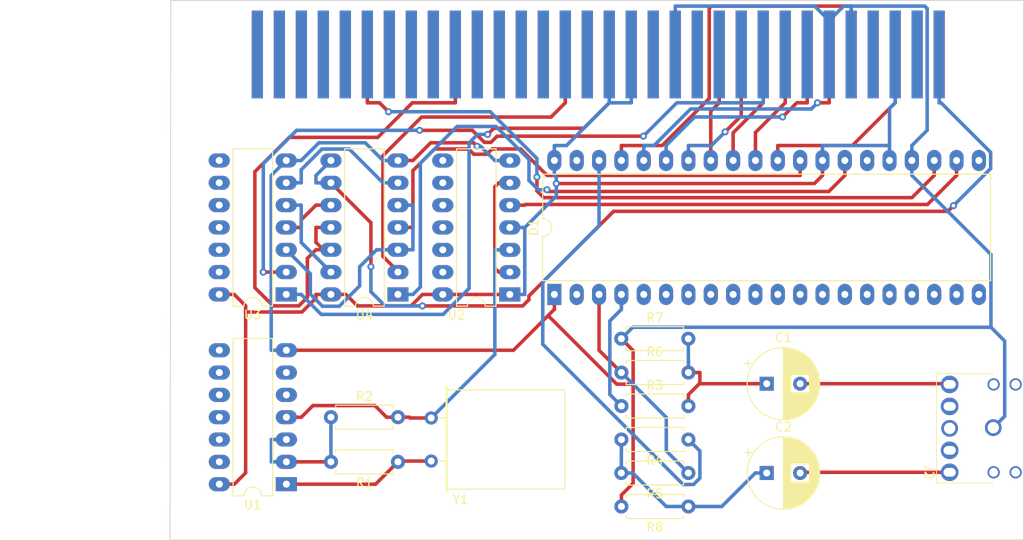
<source format=kicad_pcb>
(kicad_pcb (version 20221018) (generator pcbnew)
  (layers (0 "F.Cu" signal) (31 "B.Cu" signal) (34 "B.Paste" user) (35 "F.Paste" user) (36 "B.SilkS" user "B.Silkscreen") (37 "F.SilkS" user "F.Silkscreen") (38 "B.Mask" user) (39 "F.Mask" user) (44 "Edge.Cuts" user))
  (net 0 "")
  (net 1 "GND")
  (net 2 "Net-(C2-Pad2)")
  (net 5 "Net-(C1-Pad2)")
  (net 8 "DA7")
  (net 10 "DA0")
  (net 11 "DA1")
  (net 12 "DA2")
  (net 13 "DA6")
  (net 14 "DA5")
  (net 15 "DA3")
  (net 16 "DA4")
  (net 21 "IORQ")
  (net 23 "WR")
  (net 28 "M1")
  (net 32 "RESET")
  (net 38 "A14")
  (net 40 "+5V")
  (net 44 "A1")
  (net 65 "Net-(R1-Pad1)")
  (net 66 "Net-(R1-Pad2)")
  (net 67 "Net-(U2A-C)")
  (net 68 "AY_A")
  (net 69 "Net-(C1-Pad1)")
  (net 70 "AY_C")
  (net 71 "Net-(C2-Pad1)")
  (net 72 "AY_B")
  (net 91 "AY22")
  (net 93 "AY27")
  (net 94 "AY29")
  (net 104 "Net-(U2A-D)")
  (net 111 "Net-(U3-Pad3)")
  (net 112 "Net-(U3-Pad4)")
  (net 113 "Net-(U3-Pad5)")
  (net 114 "Net-(U3-Pad6)")
  (footprint "Package_DIP:DIP-14_W7.62mm_LongPads" (layer "F.Cu") (at 76.2 63.5 180)
    (fp_text reference "U4")
    (fp_text value "К555ЛЕ1 (SN74LS02)")
  )
  (footprint "Capacitor_THT:CP_Radial_D8.0mm_P3.80mm" (layer "F.Cu") (at 118.12 83.82)
    (fp_text reference "C2")
    (fp_text value "10uF 5V")
  )
  (footprint "Package_DIP:DIP-14_W7.62mm_LongPads" (layer "F.Cu") (at 63.5 63.5 180)
    (fp_text reference "U3")
    (fp_text value "К555ЛЛ1 (SN74LS32)")
  )
  (footprint "Capacitor_THT:CP_Radial_D8.0mm_P3.80mm" (layer "F.Cu") (at 118.12 73.66)
    (fp_text reference "C1")
    (fp_text value "10uF 5V")
  )
  (footprint "Resistor_THT:R_Axial_DIN0207_L6.3mm_D2.5mm_P7.62mm_Horizontal" (layer "F.Cu") (at 109.21 83.82 180)
    (fp_text reference "R5")
    (fp_text value "2K")
  )
  (footprint "Resistor_THT:R_Axial_DIN0207_L6.3mm_D2.5mm_P7.62mm_Horizontal" (layer "F.Cu") (at 76.2 82.55 180)
    (fp_text reference "R1")
    (fp_text value "330")
  )
  (footprint "Resistor_THT:R_Axial_DIN0207_L6.3mm_D2.5mm_P7.62mm_Horizontal" (layer "F.Cu") (at 109.22 87.63 180)
    (fp_text reference "R8")
    (fp_text value "2K")
  )
  (footprint "Resistor_THT:R_Axial_DIN0207_L6.3mm_D2.5mm_P7.62mm_Horizontal" (layer "F.Cu") (at 101.59 68.54)
    (fp_text reference "R7")
    (fp_text value "2K")
  )
  (footprint "Resistor_THT:R_Axial_DIN0207_L6.3mm_D2.5mm_P7.62mm_Horizontal" (layer "F.Cu") (at 68.58 77.47)
    (fp_text reference "R2")
    (fp_text value "330")
  )
  (footprint "Resistor_THT:R_Axial_DIN0207_L6.3mm_D2.5mm_P7.62mm_Horizontal" (layer "F.Cu") (at 109.22 80.01 180)
    (fp_text reference "R4")
    (fp_text value "2K")
  )
  (footprint "deltaAY:jack_5_pin_3f07_FINAL" (layer "F.Cu") (at 146.415 83.74 180)
    (fp_text reference "J2")
    (fp_text value "Jack_3.5mm_5pin")
  )
  (footprint "deltaAY:SNP96" (layer "F.Cu") (at 59.5864 41.194)
    (fp_text reference "J1" hide)
    (fp_text value "SNP" hide)
  )
  (footprint "Package_DIP:DIP-14_W7.62mm_LongPads" (layer "F.Cu") (at 63.515 85.09 180)
    (fp_text reference "U1")
    (fp_text value "М555ЛН1 (SN74LS04)")
  )
  (footprint "Package_DIP:DIP-14_W7.62mm_LongPads" (layer "F.Cu") (at 88.915 63.505 180)
    (fp_text reference "U2")
    (fp_text value "К555ТМ2 (SN74LS74)")
  )
  (footprint "Resistor_THT:R_Axial_DIN0207_L6.3mm_D2.5mm_P7.62mm_Horizontal" (layer "F.Cu") (at 101.6 76.2)
    (fp_text reference "R3")
    (fp_text value "2K")
  )
  (footprint "Crystal:Crystal_HC49-U_Horizontal" (layer "F.Cu") (at 79.98 82.46 90)
    (fp_text reference "Y1")
    (fp_text value "3.579545Mhz")
  )
  (footprint "Resistor_THT:R_Axial_DIN0207_L6.3mm_D2.5mm_P7.62mm_Horizontal" (layer "F.Cu") (at 101.6 72.39)
    (fp_text reference "R6")
    (fp_text value "2K")
  )
  (footprint "Package_DIP:DIP-40_W15.24mm_LongPads" (layer "F.Cu") (at 93.98 63.5 90)
    (fp_text reference "D1")
    (fp_text value "~")
  )
  (gr_line (start 147.32 30.04902) (end 50.374928 30.04902) (stroke (width 0.1)) (layer "Edge.Cuts"))
  (gr_line (start 50.292 91.44) (end 147.32 91.44) (stroke (width 0.1)) (layer "Edge.Cuts"))
  (gr_line (start 50.374928 30.04902) (end 50.292 91.44) (stroke (width 0.1)) (layer "Edge.Cuts"))
  (gr_line (start 147.32 91.44) (end 147.32 30.04902) (stroke (width 0.1)) (layer "Edge.Cuts"))
  (segment (start 84.7993 46.2486) (end 85.1905 46.6398) (width 0.4) (layer "F.Cu") (net 1))
  (segment (start 93.2727 65.9092) (end 101.0721 73.7086) (width 0.4) (layer "F.Cu") (net 1))
  (segment (start 93.2727 65.9092) (end 89.3319 69.85) (width 0.4) (layer "F.Cu") (net 1))
  (segment (start 79.9133 46.2486) (end 84.7993 46.2486) (width 0.4) (layer "F.Cu") (net 1))
  (segment (start 89.3319 69.85) (end 63.515 69.85) (width 0.4) (layer "F.Cu") (net 1))
  (segment (start 77.9019 48.26) (end 79.9133 46.2486) (width 0.4) (layer "F.Cu") (net 1))
  (segment (start 76.2 48.26) (end 77.9019 48.26) (width 0.4) (layer "F.Cu") (net 1))
  (segment (start 101.0721 73.7086) (end 102.9332 73.7086) (width 0.4) (layer "F.Cu") (net 1))
  (segment (start 93.98 63.5) (end 93.98 65.2019) (width 0.4) (layer "F.Cu") (net 1))
  (segment (start 101.59 68.54) (end 102.9332 69.8832) (width 0.4) (layer "F.Cu") (net 1))
  (segment (start 93.98 65.2019) (end 93.2727 65.9092) (width 0.4) (layer "F.Cu") (net 1))
  (segment (start 102.9332 73.7086) (end 102.9332 84.9949) (width 0.4) (layer "F.Cu") (net 1))
  (segment (start 102.9332 84.9949) (end 101.6 86.3281) (width 0.4) (layer "F.Cu") (net 1))
  (segment (start 102.9332 69.8832) (end 102.9332 73.7086) (width 0.4) (layer "F.Cu") (net 1))
  (segment (start 101.6 87.63) (end 101.6 86.3281) (width 0.4) (layer "F.Cu") (net 1))
  (via (at 85.1905 46.6398) (size 0.8) (drill 0.4) (layers "F.Cu" "B.Cu") (net 1))
  (segment (start 87.2131 48.265) (end 85.5879 46.6398) (width 0.4) (layer "B.Cu") (net 1))
  (segment (start 136.3583 30.9635) (end 136.3583 44.8198) (width 0.4) (layer "B.Cu") (net 1))
  (segment (start 134.62 49.9619) (end 143.6082 58.9501) (width 0.4) (layer "B.Cu") (net 1))
  (segment (start 74.4981 48.26) (end 72.483 46.2449) (width 0.4) (layer "B.Cu") (net 1))
  (segment (start 67.217 46.2449) (end 65.2019 48.26) (width 0.4) (layer "B.Cu") (net 1))
  (segment (start 123.5741 30.6921) (end 107.7214 30.6921) (width 0.4) (layer "B.Cu") (net 1))
  (segment (start 127.7214 36.194) (end 127.7214 30.868) (width 0.4) (layer "B.Cu") (net 1))
  (segment (start 125.2214 36.194) (end 125.2214 33.443) (width 0.4) (layer "B.Cu") (net 1))
  (segment (start 143.875 78.66) (end 145.175 77.36) (width 0.4) (layer "B.Cu") (net 1))
  (segment (start 125.2214 32.3394) (end 123.5741 30.6921) (width 0.4) (layer "B.Cu") (net 1))
  (segment (start 61.8131 69.85) (end 61.7888 69.8257) (width 0.4) (layer "B.Cu") (net 1))
  (segment (start 125.2214 32.3394) (end 126.8687 30.6921) (width 0.4) (layer "B.Cu") (net 1))
  (segment (start 125.2214 33.443) (end 125.2214 32.3394) (width 0.4) (layer "B.Cu") (net 1))
  (segment (start 127.7214 30.868) (end 127.7214 30.6936) (width 0.4) (layer "B.Cu") (net 1))
  (segment (start 63.5 48.26) (end 65.2019 48.26) (width 0.4) (layer "B.Cu") (net 1))
  (segment (start 127.7214 30.6936) (end 127.7214 30.6921) (width 0.4) (layer "B.Cu") (net 1))
  (segment (start 134.62 49.1109) (end 134.62 49.9619) (width 0.4) (layer "B.Cu") (net 1))
  (segment (start 145.175 68.8018) (end 143.6082 67.235) (width 0.4) (layer "B.Cu") (net 1))
  (segment (start 143.6082 58.9501) (end 143.6082 67.235) (width 0.4) (layer "B.Cu") (net 1))
  (segment (start 126.8687 30.6921) (end 127.7214 30.6921) (width 0.4) (layer "B.Cu") (net 1))
  (segment (start 143.6082 67.235) (end 102.895 67.235) (width 0.4) (layer "B.Cu") (net 1))
  (segment (start 136.0869 30.6921) (end 136.3583 30.9635) (width 0.4) (layer "B.Cu") (net 1))
  (segment (start 76.2 48.26) (end 74.4981 48.26) (width 0.4) (layer "B.Cu") (net 1))
  (segment (start 88.915 48.265) (end 87.2131 48.265) (width 0.4) (layer "B.Cu") (net 1))
  (segment (start 127.7214 30.6921) (end 136.0869 30.6921) (width 0.4) (layer "B.Cu") (net 1))
  (segment (start 134.62 49.1109) (end 134.62 48.5609) (width 0.4) (layer "B.Cu") (net 1))
  (segment (start 107.7214 36.194) (end 107.7214 30.6921) (width 0.4) (layer "B.Cu") (net 1))
  (segment (start 136.3583 44.8198) (end 134.62 46.5581) (width 0.4) (layer "B.Cu") (net 1))
  (segment (start 102.895 67.235) (end 101.59 68.54) (width 0.4) (layer "B.Cu") (net 1))
  (segment (start 85.5879 46.6398) (end 85.1905 46.6398) (width 0.4) (layer "B.Cu") (net 1))
  (segment (start 72.483 46.2449) (end 67.217 46.2449) (width 0.4) (layer "B.Cu") (net 1))
  (segment (start 61.7888 69.8257) (end 61.7888 49.9712) (width 0.4) (layer "B.Cu") (net 1))
  (segment (start 145.175 77.36) (end 145.175 68.8018) (width 0.4) (layer "B.Cu") (net 1))
  (segment (start 63.515 69.85) (end 61.8131 69.85) (width 0.4) (layer "B.Cu") (net 1))
  (segment (start 61.7888 49.9712) (end 63.5 48.26) (width 0.4) (layer "B.Cu") (net 1))
  (segment (start 134.62 48.26) (end 134.62 46.5581) (width 0.4) (layer "B.Cu") (net 1))
  (segment (start 134.62 48.26) (end 134.62 48.5609) (width 0.4) (layer "B.Cu") (net 1))
  (segment (start 138.915 83.74) (end 122 83.74) (width 0.4) (layer "F.Cu") (net 2))
  (segment (start 122 83.74) (end 121.92 83.82) (width 0.4) (layer "F.Cu") (net 2))
  (segment (start 138.835 73.66) (end 121.92 73.66) (width 0.4) (layer "F.Cu") (net 5))
  (segment (start 138.915 73.74) (end 138.835 73.66) (width 0.4) (layer "F.Cu") (net 5))
  (segment (start 132.7214 36.194) (end 132.7214 41.6959) (width 0.4) (layer "F.Cu") (net 8))
  (segment (start 127.8592 46.5581) (end 119.38 46.5581) (width 0.4) (layer "F.Cu") (net 8))
  (segment (start 119.38 48.26) (end 119.38 46.5581) (width 0.4) (layer "F.Cu") (net 8))
  (segment (start 132.7214 41.6959) (end 127.8592 46.5581) (width 0.4) (layer "F.Cu") (net 8))
  (segment (start 101.6 48.26) (end 101.6 46.5581) (width 0.4) (layer "F.Cu") (net 10))
  (segment (start 127.7214 36.194) (end 127.7214 30.6921) (width 0.4) (layer "F.Cu") (net 10))
  (segment (start 106.2366 46.5581) (end 101.6 46.5581) (width 0.4) (layer "F.Cu") (net 10))
  (segment (start 111.5845 41.2102) (end 106.2366 46.5581) (width 0.4) (layer "F.Cu") (net 10))
  (segment (start 111.5845 30.9495) (end 111.5845 41.2102) (width 0.4) (layer "F.Cu") (net 10))
  (segment (start 111.8419 30.6921) (end 111.5845 30.9495) (width 0.4) (layer "F.Cu") (net 10))
  (segment (start 127.7214 30.6921) (end 111.8419 30.6921) (width 0.4) (layer "F.Cu") (net 10))
  (segment (start 125.2214 41.6959) (end 123.887 41.6959) (width 0.4) (layer "F.Cu") (net 11))
  (segment (start 125.2214 36.194) (end 125.2214 41.6959) (width 0.4) (layer "F.Cu") (net 11))
  (via (at 123.887 41.6959) (size 0.8) (drill 0.4) (layers "F.Cu" "B.Cu") (net 11))
  (segment (start 123.1851 42.3978) (end 123.887 41.6959) (width 0.4) (layer "B.Cu") (net 11))
  (segment (start 104.14 46.5581) (end 105.308 46.5581) (width 0.4) (layer "B.Cu") (net 11))
  (segment (start 105.308 46.5581) (end 109.4683 42.3978) (width 0.4) (layer "B.Cu") (net 11))
  (segment (start 104.14 48.26) (end 104.14 46.5581) (width 0.4) (layer "B.Cu") (net 11))
  (segment (start 109.4683 42.3978) (end 123.1851 42.3978) (width 0.4) (layer "B.Cu") (net 11))
  (segment (start 121.5354 41.6959) (end 122.7214 41.6959) (width 0.4) (layer "F.Cu") (net 12))
  (segment (start 122.7214 36.194) (end 122.7214 41.6959) (width 0.4) (layer "F.Cu") (net 12))
  (segment (start 119.9238 43.3075) (end 121.5354 41.6959) (width 0.4) (layer "F.Cu") (net 12))
  (via (at 119.9238 43.3075) (size 0.8) (drill 0.4) (layers "F.Cu" "B.Cu") (net 12))
  (segment (start 109.9306 43.3075) (end 119.9238 43.3075) (width 0.4) (layer "B.Cu") (net 12))
  (segment (start 106.68 48.26) (end 106.68 46.5581) (width 0.4) (layer "B.Cu") (net 12))
  (segment (start 106.68 46.5581) (end 109.9306 43.3075) (width 0.4) (layer "B.Cu") (net 12))
  (segment (start 116.84 45.0773) (end 120.2214 41.6959) (width 0.4) (layer "F.Cu") (net 13))
  (segment (start 116.84 48.26) (end 116.84 46.5581) (width 0.4) (layer "F.Cu") (net 13))
  (segment (start 120.2214 36.194) (end 120.2214 41.6959) (width 0.4) (layer "F.Cu") (net 13))
  (segment (start 116.84 46.5581) (end 116.84 45.0773) (width 0.4) (layer "F.Cu") (net 13))
  (segment (start 117.7214 36.194) (end 117.7214 41.6959) (width 0.4) (layer "F.Cu") (net 14))
  (segment (start 114.3 45.1173) (end 117.7214 41.6959) (width 0.4) (layer "F.Cu") (net 14))
  (segment (start 114.3 48.26) (end 114.3 46.5581) (width 0.4) (layer "F.Cu") (net 14))
  (segment (start 114.3 46.5581) (end 114.3 45.1173) (width 0.4) (layer "F.Cu") (net 14))
  (segment (start 113.3912 45.0014) (end 115.2214 43.1712) (width 0.4) (layer "F.Cu") (net 15))
  (segment (start 115.2214 43.1712) (end 115.2214 36.194) (width 0.4) (layer "F.Cu") (net 15))
  (via (at 113.3912 45.0014) (size 0.8) (drill 0.4) (layers "F.Cu" "B.Cu") (net 15))
  (segment (start 111.8345 46.5581) (end 113.3912 45.0014) (width 0.4) (layer "B.Cu") (net 15))
  (segment (start 109.22 46.5581) (end 111.8345 46.5581) (width 0.4) (layer "B.Cu") (net 15))
  (segment (start 109.22 48.26) (end 109.22 46.5581) (width 0.4) (layer "B.Cu") (net 15))
  (segment (start 111.76 42.6573) (end 111.76 48.26) (width 0.4) (layer "F.Cu") (net 16))
  (segment (start 112.7214 36.194) (end 112.7214 41.6959) (width 0.4) (layer "F.Cu") (net 16))
  (segment (start 112.7214 41.6959) (end 111.76 42.6573) (width 0.4) (layer "F.Cu") (net 16))
  (segment (start 100.2214 41.6959) (end 97.3265 44.5908) (width 0.4) (layer "F.Cu") (net 21))
  (segment (start 97.3265 44.5908) (end 87.0964 44.5908) (width 0.4) (layer "F.Cu") (net 21))
  (segment (start 100.2214 36.194) (end 100.2214 41.6959) (width 0.4) (layer "F.Cu") (net 21))
  (segment (start 87.0964 44.5908) (end 86.3945 45.2927) (width 0.4) (layer "F.Cu") (net 21))
  (via (at 86.3945 45.2927) (size 0.8) (drill 0.4) (layers "F.Cu" "B.Cu") (net 21))
  (segment (start 65.2019 63.5) (end 67.4715 65.7696) (width 0.4) (layer "B.Cu") (net 21))
  (segment (start 84.2808 46.2556) (end 85.2437 45.2927) (width 0.4) (layer "B.Cu") (net 21))
  (segment (start 63.5 63.5) (end 65.2019 63.5) (width 0.4) (layer "B.Cu") (net 21))
  (segment (start 85.2437 45.2927) (end 86.3945 45.2927) (width 0.4) (layer "B.Cu") (net 21))
  (segment (start 81.3318 65.7696) (end 84.2808 62.8206) (width 0.4) (layer "B.Cu") (net 21))
  (segment (start 67.4715 65.7696) (end 81.3318 65.7696) (width 0.4) (layer "B.Cu") (net 21))
  (segment (start 84.2808 62.8206) (end 84.2808 46.2556) (width 0.4) (layer "B.Cu") (net 21))
  (segment (start 93.6008 43.3166) (end 93.6008 43.3165) (width 0.4) (layer "F.Cu") (net 23))
  (segment (start 76.2 60.96) (end 76.2 60.8769) (width 0.4) (layer "F.Cu") (net 23))
  (segment (start 74.4901 59.167) (end 74.4901 47.7137) (width 0.4) (layer "F.Cu") (net 23))
  (segment (start 74.4901 47.7137) (end 78.8872 43.3166) (width 0.4) (layer "F.Cu") (net 23))
  (segment (start 76.2 60.8769) (end 74.4901 59.167) (width 0.4) (layer "F.Cu") (net 23))
  (segment (start 78.8872 43.3166) (end 93.6008 43.3166) (width 0.4) (layer "F.Cu") (net 23))
  (segment (start 95.2214 36.194) (end 95.2214 41.6959) (width 0.4) (layer "F.Cu") (net 23))
  (segment (start 93.6008 43.3165) (end 95.2214 41.6959) (width 0.4) (layer "F.Cu") (net 23))
  (segment (start 82.7214 36.194) (end 82.7214 41.6959) (width 0.4) (layer "F.Cu") (net 28))
  (segment (start 68.58 58.42) (end 67.7291 58.42) (width 0.4) (layer "F.Cu") (net 28))
  (segment (start 59.934 49.5366) (end 59.934 62.7347) (width 0.4) (layer "F.Cu") (net 28))
  (segment (start 73.901 45.6295) (end 63.8411 45.6295) (width 0.4) (layer "F.Cu") (net 28))
  (segment (start 59.934 62.7347) (end 62.0012 64.8019) (width 0.4) (layer "F.Cu") (net 28))
  (segment (start 65.9023 63.835) (end 65.9023 59.3958) (width 0.4) (layer "F.Cu") (net 28))
  (segment (start 65.9023 59.3958) (end 66.8781 58.42) (width 0.4) (layer "F.Cu") (net 28))
  (segment (start 77.8346 41.6959) (end 73.901 45.6295) (width 0.4) (layer "F.Cu") (net 28))
  (segment (start 62.0012 64.8019) (end 64.9354 64.8019) (width 0.4) (layer "F.Cu") (net 28))
  (segment (start 68.58 55.88) (end 66.8781 55.88) (width 0.4) (layer "F.Cu") (net 28))
  (segment (start 82.7214 41.6959) (end 77.8346 41.6959) (width 0.4) (layer "F.Cu") (net 28))
  (segment (start 66.8781 57.569) (end 66.8781 55.88) (width 0.4) (layer "F.Cu") (net 28))
  (segment (start 67.7291 58.42) (end 66.8781 58.42) (width 0.4) (layer "F.Cu") (net 28))
  (segment (start 67.7291 58.42) (end 66.8781 57.569) (width 0.4) (layer "F.Cu") (net 28))
  (segment (start 63.8411 45.6295) (end 59.934 49.5366) (width 0.4) (layer "F.Cu") (net 28))
  (segment (start 64.9354 64.8019) (end 65.9023 63.835) (width 0.4) (layer "F.Cu") (net 28))
  (segment (start 92.7627 52.4878) (end 91.9963 51.7214) (width 0.4) (layer "F.Cu") (net 32))
  (segment (start 134.6341 52.4878) (end 92.7627 52.4878) (width 0.4) (layer "F.Cu") (net 32))
  (segment (start 137.16 48.26) (end 137.16 49.9619) (width 0.4) (layer "F.Cu") (net 32))
  (segment (start 75.1222 42.7128) (end 74.1053 41.6959) (width 0.4) (layer "F.Cu") (net 32))
  (segment (start 137.16 49.9619) (end 134.6341 52.4878) (width 0.4) (layer "F.Cu") (net 32))
  (segment (start 91.9963 51.7214) (end 91.9963 50.1489) (width 0.4) (layer "F.Cu") (net 32))
  (segment (start 74.1053 41.6959) (end 72.7214 41.6959) (width 0.4) (layer "F.Cu") (net 32))
  (segment (start 72.7214 36.194) (end 72.7214 41.6959) (width 0.4) (layer "F.Cu") (net 32))
  (via (at 75.1222 42.7128) (size 0.8) (drill 0.4) (layers "F.Cu" "B.Cu") (net 32))
  (via (at 91.9963 50.1489) (size 0.8) (drill 0.4) (layers "F.Cu" "B.Cu") (net 32))
  (segment (start 91.9963 48.0271) (end 91.9963 50.1489) (width 0.4) (layer "B.Cu") (net 32))
  (segment (start 86.682 42.7128) (end 91.9963 48.0271) (width 0.4) (layer "B.Cu") (net 32))
  (segment (start 75.1222 42.7128) (end 86.682 42.7128) (width 0.4) (layer "B.Cu") (net 32))
  (segment (start 73.1258 55.3458) (end 73.1258 60.3426) (width 0.4) (layer "F.Cu") (net 38))
  (segment (start 68.58 50.8) (end 73.1258 55.3458) (width 0.4) (layer "F.Cu") (net 38))
  (segment (start 91.0885 64.0976) (end 90.3792 64.8069) (width 0.4) (layer "F.Cu") (net 38))
  (segment (start 139.3459 53.401) (end 138.703 54.0439) (width 0.4) (layer "F.Cu") (net 38))
  (segment (start 138.703 54.0439) (end 100.7165 54.0439) (width 0.4) (layer "F.Cu") (net 38))
  (segment (start 91.0885 63.6719) (end 91.0885 64.0976) (width 0.4) (layer "F.Cu") (net 38))
  (segment (start 90.3792 64.8069) (end 78.9768 64.8069) (width 0.4) (layer "F.Cu") (net 38))
  (segment (start 100.7165 54.0439) (end 91.0885 63.6719) (width 0.4) (layer "F.Cu") (net 38))
  (via (at 78.9768 64.8069) (size 0.8) (drill 0.4) (layers "F.Cu" "B.Cu") (net 38))
  (via (at 139.3459 53.401) (size 0.8) (drill 0.4) (layers "F.Cu" "B.Cu") (net 38))
  (via (at 73.1258 60.3426) (size 0.8) (drill 0.4) (layers "F.Cu" "B.Cu") (net 38))
  (segment (start 137.7214 36.194) (end 137.7214 41.6959) (width 0.4) (layer "B.Cu") (net 38))
  (segment (start 73.1258 63.202) (end 74.7307 64.8069) (width 0.4) (layer "B.Cu") (net 38))
  (segment (start 68.58 50.8) (end 66.8781 50.8) (width 0.4) (layer "B.Cu") (net 38))
  (segment (start 137.9346 41.6959) (end 143.5764 47.3377) (width 0.4) (layer "B.Cu") (net 38))
  (segment (start 137.7214 41.6959) (end 137.9346 41.6959) (width 0.4) (layer "B.Cu") (net 38))
  (segment (start 66.8781 49.9619) (end 68.58 48.26) (width 0.4) (layer "B.Cu") (net 38))
  (segment (start 73.1258 60.3426) (end 73.1258 63.202) (width 0.4) (layer "B.Cu") (net 38))
  (segment (start 143.5764 47.3377) (end 143.5764 49.1705) (width 0.4) (layer "B.Cu") (net 38))
  (segment (start 143.5764 49.1705) (end 139.3459 53.401) (width 0.4) (layer "B.Cu") (net 38))
  (segment (start 66.8781 50.8) (end 66.8781 49.9619) (width 0.4) (layer "B.Cu") (net 38))
  (segment (start 74.7307 64.8069) (end 78.9768 64.8069) (width 0.4) (layer "B.Cu") (net 38))
  (segment (start 58.8838 65.5038) (end 65.2845 65.5038) (width 0.4) (layer "F.Cu") (net 40))
  (segment (start 123.538 50.8839) (end 94.2028 50.8839) (width 0.4) (layer "F.Cu") (net 40))
  (segment (start 55.895 85.09) (end 57.5969 85.09) (width 0.4) (layer "F.Cu") (net 40))
  (segment (start 58.8838 83.8031) (end 57.5969 85.09) (width 0.4) (layer "F.Cu") (net 40))
  (segment (start 68.58 63.5) (end 70.2819 63.5) (width 0.4) (layer "F.Cu") (net 40))
  (segment (start 71.5838 64.8019) (end 70.2819 63.5) (width 0.4) (layer "F.Cu") (net 40))
  (segment (start 58.8838 64.8019) (end 58.8838 65.5038) (width 0.4) (layer "F.Cu") (net 40))
  (segment (start 65.2845 65.5038) (end 66.8781 63.9102) (width 0.4) (layer "F.Cu") (net 40))
  (segment (start 78.9922 63.505) (end 77.6953 64.8019) (width 0.4) (layer "F.Cu") (net 40))
  (segment (start 68.58 63.5) (end 66.8781 63.5) (width 0.4) (layer "F.Cu") (net 40))
  (segment (start 66.8781 63.9102) (end 66.8781 63.5) (width 0.4) (layer "F.Cu") (net 40))
  (segment (start 124.46 49.9619) (end 123.538 50.8839) (width 0.4) (layer "F.Cu") (net 40))
  (segment (start 57.5819 63.5) (end 58.8838 64.8019) (width 0.4) (layer "F.Cu") (net 40))
  (segment (start 87.2131 63.505) (end 81.295 63.505) (width 0.4) (layer "F.Cu") (net 40))
  (segment (start 124.46 48.26) (end 124.46 49.9619) (width 0.4) (layer "F.Cu") (net 40))
  (segment (start 55.88 63.5) (end 57.5819 63.5) (width 0.4) (layer "F.Cu") (net 40))
  (segment (start 58.8838 65.5038) (end 58.8838 83.8031) (width 0.4) (layer "F.Cu") (net 40))
  (segment (start 77.6953 64.8019) (end 71.5838 64.8019) (width 0.4) (layer "F.Cu") (net 40))
  (segment (start 88.915 63.505) (end 87.2131 63.505) (width 0.4) (layer "F.Cu") (net 40))
  (segment (start 81.295 63.505) (end 78.9922 63.505) (width 0.4) (layer "F.Cu") (net 40))
  (via (at 94.2028 50.8839) (size 0.8) (drill 0.4) (layers "F.Cu" "B.Cu") (net 40))
  (segment (start 94.2028 52.2991) (end 94.2028 50.8839) (width 0.4) (layer "B.Cu") (net 40))
  (segment (start 100.2214 41.52) (end 100.2214 41.6944) (width 0.4) (layer "B.Cu") (net 40))
  (segment (start 100.2214 36.194) (end 100.2214 41.52) (width 0.4) (layer "B.Cu") (net 40))
  (segment (start 124.46 48.26) (end 124.46 46.5581) (width 0.4) (layer "B.Cu") (net 40))
  (segment (start 102.7214 41.6944) (end 102.7214 41.6959) (width 0.4) (layer "B.Cu") (net 40))
  (segment (start 93.98 49.9619) (end 94.2028 50.1847) (width 0.4) (layer "B.Cu") (net 40))
  (segment (start 132.08 46.5581) (end 132.08 42.3373) (width 0.4) (layer "B.Cu") (net 40))
  (segment (start 93.98 48.26) (end 93.98 49.9619) (width 0.4) (layer "B.Cu") (net 40))
  (segment (start 94.2028 50.1847) (end 94.2028 50.8839) (width 0.4) (layer "B.Cu") (net 40))
  (segment (start 95.3577 46.5581) (end 100.2214 41.6944) (width 0.4) (layer "B.Cu") (net 40))
  (segment (start 90.6169 55.885) (end 94.2028 52.2991) (width 0.4) (layer "B.Cu") (net 40))
  (segment (start 124.46 46.5581) (end 132.08 46.5581) (width 0.4) (layer "B.Cu") (net 40))
  (segment (start 93.98 46.5581) (end 95.3577 46.5581) (width 0.4) (layer "B.Cu") (net 40))
  (segment (start 102.7214 36.194) (end 102.7214 41.52) (width 0.4) (layer "B.Cu") (net 40))
  (segment (start 90.6169 63.505) (end 90.6169 55.885) (width 0.4) (layer "B.Cu") (net 40))
  (segment (start 100.2214 41.6959) (end 102.7214 41.6959) (width 0.4) (layer "B.Cu") (net 40))
  (segment (start 102.7214 41.52) (end 102.7214 41.6944) (width 0.4) (layer "B.Cu") (net 40))
  (segment (start 132.08 48.26) (end 132.08 46.5581) (width 0.4) (layer "B.Cu") (net 40))
  (segment (start 93.98 48.26) (end 93.98 46.5581) (width 0.4) (layer "B.Cu") (net 40))
  (segment (start 132.7214 36.194) (end 132.7214 41.6959) (width 0.4) (layer "B.Cu") (net 40))
  (segment (start 88.915 55.885) (end 90.6169 55.885) (width 0.4) (layer "B.Cu") (net 40))
  (segment (start 88.915 63.505) (end 90.6169 63.505) (width 0.4) (layer "B.Cu") (net 40))
  (segment (start 132.08 42.3373) (end 132.7214 41.6959) (width 0.4) (layer "B.Cu") (net 40))
  (segment (start 100.2214 41.6944) (end 100.2214 41.6959) (width 0.4) (layer "B.Cu") (net 40))
  (segment (start 61.7981 60.96) (end 60.8868 60.96) (width 0.4) (layer "F.Cu") (net 44))
  (segment (start 63.5 60.96) (end 61.7981 60.96) (width 0.4) (layer "F.Cu") (net 44))
  (segment (start 78.6578 44.8283) (end 84.6547 44.8283) (width 0.4) (layer "F.Cu") (net 44))
  (segment (start 86.021 46.1946) (end 86.768 46.1946) (width 0.4) (layer "F.Cu") (net 44))
  (segment (start 84.6547 44.8283) (end 86.021 46.1946) (width 0.4) (layer "F.Cu") (net 44))
  (segment (start 87.4699 45.4927) (end 104.1055 45.4927) (width 0.4) (layer "F.Cu") (net 44))
  (segment (start 86.768 46.1946) (end 87.4699 45.4927) (width 0.4) (layer "F.Cu") (net 44))
  (via (at 78.6578 44.8283) (size 0.8) (drill 0.4) (layers "F.Cu" "B.Cu") (net 44))
  (via (at 104.1055 45.4927) (size 0.8) (drill 0.4) (layers "F.Cu" "B.Cu") (net 44))
  (via (at 60.8868 60.96) (size 0.8) (drill 0.4) (layers "F.Cu" "B.Cu") (net 44))
  (segment (start 107.9023 41.6959) (end 104.1055 45.4927) (width 0.4) (layer "B.Cu") (net 44))
  (segment (start 117.7214 36.194) (end 117.7214 41.6959) (width 0.4) (layer "B.Cu") (net 44))
  (segment (start 60.8868 48.6245) (end 64.683 44.8283) (width 0.4) (layer "B.Cu") (net 44))
  (segment (start 117.7214 41.6959) (end 107.9023 41.6959) (width 0.4) (layer "B.Cu") (net 44))
  (segment (start 64.683 44.8283) (end 78.6578 44.8283) (width 0.4) (layer "B.Cu") (net 44))
  (segment (start 60.8868 60.96) (end 60.8868 48.6245) (width 0.4) (layer "B.Cu") (net 44))
  (segment (start 76.29 82.46) (end 76.2 82.55) (width 0.4) (layer "F.Cu") (net 65))
  (segment (start 73.66 85.09) (end 63.515 85.09) (width 0.4) (layer "F.Cu") (net 65))
  (segment (start 76.2 82.55) (end 73.66 85.09) (width 0.4) (layer "F.Cu") (net 65))
  (segment (start 79.98 82.46) (end 76.29 82.46) (width 0.4) (layer "F.Cu") (net 65))
  (segment (start 63.515 82.55) (end 68.58 82.55) (width 0.4) (layer "F.Cu") (net 66))
  (segment (start 61.8131 80.01) (end 61.8131 82.55) (width 0.4) (layer "B.Cu") (net 66))
  (segment (start 63.515 82.55) (end 61.8131 82.55) (width 0.4) (layer "B.Cu") (net 66))
  (segment (start 68.58 77.47) (end 68.58 82.55) (width 0.4) (layer "B.Cu") (net 66))
  (segment (start 63.515 80.01) (end 61.8131 80.01) (width 0.4) (layer "B.Cu") (net 66))
  (segment (start 79.98 77.56) (end 77.5919 77.56) (width 0.4) (layer "F.Cu") (net 67))
  (segment (start 66.5381 76.1488) (end 73.5769 76.1488) (width 0.4) (layer "F.Cu") (net 67))
  (segment (start 73.5769 76.1488) (end 74.8981 77.47) (width 0.4) (layer "F.Cu") (net 67))
  (segment (start 76.2 77.47) (end 74.8981 77.47) (width 0.4) (layer "F.Cu") (net 67))
  (segment (start 65.2169 77.47) (end 66.5381 76.1488) (width 0.4) (layer "F.Cu") (net 67))
  (segment (start 77.5919 77.56) (end 77.5019 77.47) (width 0.4) (layer "F.Cu") (net 67))
  (segment (start 63.515 77.47) (end 65.2169 77.47) (width 0.4) (layer "F.Cu") (net 67))
  (segment (start 76.2 77.47) (end 77.5019 77.47) (width 0.4) (layer "F.Cu") (net 67))
  (segment (start 88.915 58.425) (end 87.2131 58.425) (width 0.4) (layer "B.Cu") (net 67))
  (segment (start 87.2131 70.3269) (end 87.2131 58.425) (width 0.4) (layer "B.Cu") (net 67))
  (segment (start 79.98 77.56) (end 87.2131 70.3269) (width 0.4) (layer "B.Cu") (net 67))
  (segment (start 100.287 66.5149) (end 100.287 74.887) (width 0.4) (layer "B.Cu") (net 68))
  (segment (start 101.6 65.2019) (end 100.287 66.5149) (width 0.4) (layer "B.Cu") (net 68))
  (segment (start 100.287 74.887) (end 101.6 76.2) (width 0.4) (layer "B.Cu") (net 68))
  (segment (start 101.6 63.5) (end 101.6 65.2019) (width 0.4) (layer "B.Cu") (net 68))
  (segment (start 110.5219 73.5962) (end 110.5857 73.66) (width 0.4) (layer "F.Cu") (net 69))
  (segment (start 110.5219 73.5962) (end 109.22 74.8981) (width 0.4) (layer "F.Cu") (net 69))
  (segment (start 110.5219 72.39) (end 110.5219 73.5962) (width 0.4) (layer "F.Cu") (net 69))
  (segment (start 109.22 76.2) (end 109.22 74.8981) (width 0.4) (layer "F.Cu") (net 69))
  (segment (start 118.12 73.66) (end 116.8181 73.66) (width 0.4) (layer "F.Cu") (net 69))
  (segment (start 109.22 72.39) (end 110.5219 72.39) (width 0.4) (layer "F.Cu") (net 69))
  (segment (start 110.5857 73.66) (end 116.8181 73.66) (width 0.4) (layer "F.Cu") (net 69))
  (segment (start 109.22 71.0881) (end 109.21 71.0781) (width 0.4) (layer "B.Cu") (net 69))
  (segment (start 109.22 72.39) (end 109.22 71.0881) (width 0.4) (layer "B.Cu") (net 69))
  (segment (start 109.21 71.0781) (end 109.21 68.54) (width 0.4) (layer "B.Cu") (net 69))
  (segment (start 108.6167 85.1268) (end 109.7981 85.1268) (width 0.4) (layer "B.Cu") (net 70))
  (segment (start 110.5224 81.3124) (end 109.22 80.01) (width 0.4) (layer "B.Cu") (net 70))
  (segment (start 99.06 48.26) (end 99.06 55.6978) (width 0.4) (layer "B.Cu") (net 70))
  (segment (start 109.7981 85.1268) (end 110.5224 84.4025) (width 0.4) (layer "B.Cu") (net 70))
  (segment (start 92.6615 69.1716) (end 108.6167 85.1268) (width 0.4) (layer "B.Cu") (net 70))
  (segment (start 99.06 55.6978) (end 92.6615 62.0963) (width 0.4) (layer "B.Cu") (net 70))
  (segment (start 92.6615 62.0963) (end 92.6615 69.1716) (width 0.4) (layer "B.Cu") (net 70))
  (segment (start 110.5224 84.4025) (end 110.5224 81.3124) (width 0.4) (layer "B.Cu") (net 70))
  (segment (start 101.59 81.3219) (end 101.59 83.82) (width 0.4) (layer "B.Cu") (net 71))
  (segment (start 106.7019 87.63) (end 109.22 87.63) (width 0.4) (layer "B.Cu") (net 71))
  (segment (start 118.12 83.82) (end 116.8181 83.82) (width 0.4) (layer "B.Cu") (net 71))
  (segment (start 101.59 83.82) (end 102.8919 83.82) (width 0.4) (layer "B.Cu") (net 71))
  (segment (start 101.6 80.01) (end 101.6 81.3119) (width 0.4) (layer "B.Cu") (net 71))
  (segment (start 109.22 87.63) (end 113.0081 87.63) (width 0.4) (layer "B.Cu") (net 71))
  (segment (start 101.6 81.3119) (end 101.59 81.3219) (width 0.4) (layer "B.Cu") (net 71))
  (segment (start 102.8919 83.82) (end 106.7019 87.63) (width 0.4) (layer "B.Cu") (net 71))
  (segment (start 113.0081 87.63) (end 116.8181 83.82) (width 0.4) (layer "B.Cu") (net 71))
  (segment (start 99.06 69.85) (end 101.6 72.39) (width 0.4) (layer "F.Cu") (net 72))
  (segment (start 99.06 63.5) (end 99.06 69.85) (width 0.4) (layer "F.Cu") (net 72))
  (segment (start 101.6 72.39) (end 106.7004 77.4904) (width 0.4) (layer "B.Cu") (net 72))
  (segment (start 106.7004 81.3104) (end 109.21 83.82) (width 0.4) (layer "B.Cu") (net 72))
  (segment (start 106.7004 77.4904) (end 106.7004 81.3104) (width 0.4) (layer "B.Cu") (net 72))
  (segment (start 139.7 48.26) (end 139.7 49.9619) (width 0.4) (layer "F.Cu") (net 91))
  (segment (start 90.6962 53.2657) (end 90.6169 53.345) (width 0.4) (layer "F.Cu") (net 91))
  (segment (start 139.7 49.9619) (end 136.3962 53.2657) (width 0.4) (layer "F.Cu") (net 91))
  (segment (start 136.3962 53.2657) (end 90.6962 53.2657) (width 0.4) (layer "F.Cu") (net 91))
  (segment (start 88.915 53.345) (end 90.6169 53.345) (width 0.4) (layer "F.Cu") (net 91))
  (segment (start 127 48.26) (end 127 49.9619) (width 0.4) (layer "F.Cu") (net 93))
  (segment (start 127 49.9619) (end 125.176 51.7859) (width 0.4) (layer "F.Cu") (net 93))
  (segment (start 125.176 51.7859) (end 93.3393 51.7859) (width 0.4) (layer "F.Cu") (net 93))
  (segment (start 93.3393 51.7859) (end 93.1392 51.5858) (width 0.4) (layer "F.Cu") (net 93))
  (via (at 93.1392 51.5858) (size 0.8) (drill 0.4) (layers "F.Cu" "B.Cu") (net 93))
  (segment (start 87.3461 44.3906) (end 91.0944 48.1389) (width 0.4) (layer "B.Cu") (net 93))
  (segment (start 91.0944 48.1389) (end 91.0944 50.5335) (width 0.4) (layer "B.Cu") (net 93))
  (segment (start 91.0944 50.5335) (end 92.1467 51.5858) (width 0.4) (layer "B.Cu") (net 93))
  (segment (start 92.1467 51.5858) (end 93.1392 51.5858) (width 0.4) (layer "B.Cu") (net 93))
  (segment (start 76.2 63.5) (end 77.9019 63.5) (width 0.4) (layer "B.Cu") (net 93))
  (segment (start 78.745 62.6569) (end 78.745 48.5606) (width 0.4) (layer "B.Cu") (net 93))
  (segment (start 77.9019 63.5) (end 78.745 62.6569) (width 0.4) (layer "B.Cu") (net 93))
  (segment (start 78.745 48.5606) (end 82.915 44.3906) (width 0.4) (layer "B.Cu") (net 93))
  (segment (start 82.915 44.3906) (end 87.3461 44.3906) (width 0.4) (layer "B.Cu") (net 93))
  (segment (start 84.8224 47.5471) (end 86.2998 47.5471) (width 0.4) (layer "F.Cu") (net 94))
  (segment (start 77.9019 49.4149) (end 80.3663 46.9505) (width 0.4) (layer "F.Cu") (net 94))
  (segment (start 93.1544 49.9619) (end 121.92 49.9619) (width 0.4) (layer "F.Cu") (net 94))
  (segment (start 121.92 48.26) (end 121.92 49.9619) (width 0.4) (layer "F.Cu") (net 94))
  (segment (start 86.8979 46.949) (end 90.1415 46.949) (width 0.4) (layer "F.Cu") (net 94))
  (segment (start 84.2258 46.9505) (end 84.8224 47.5471) (width 0.4) (layer "F.Cu") (net 94))
  (segment (start 90.1415 46.949) (end 93.1544 49.9619) (width 0.4) (layer "F.Cu") (net 94))
  (segment (start 76.2 55.88) (end 77.9019 55.88) (width 0.4) (layer "F.Cu") (net 94))
  (segment (start 86.2998 47.5471) (end 86.8979 46.949) (width 0.4) (layer "F.Cu") (net 94))
  (segment (start 80.3663 46.9505) (end 84.2258 46.9505) (width 0.4) (layer "F.Cu") (net 94))
  (segment (start 77.9019 55.88) (end 77.9019 49.4149) (width 0.4) (layer "F.Cu") (net 94))
  (segment (start 88.915 50.805) (end 87.6664 50.805) (width 0.4) (layer "F.Cu") (net 104))
  (segment (start 87.6664 50.805) (end 87.2131 51.2583) (width 0.4) (layer "F.Cu") (net 104))
  (segment (start 88.915 60.965) (end 87.6664 60.965) (width 0.4) (layer "F.Cu") (net 104))
  (segment (start 87.2131 60.5117) (end 87.6664 60.965) (width 0.4) (layer "F.Cu") (net 104))
  (segment (start 87.2131 51.2583) (end 87.2131 60.5117) (width 0.4) (layer "F.Cu") (net 104))
  (segment (start 76.2 58.42) (end 74.4981 58.42) (width 0.4) (layer "B.Cu") (net 111))
  (segment (start 71.8467 60.3463) (end 71.8467 62.5288) (width 0.4) (layer "B.Cu") (net 111))
  (segment (start 66.2365 61.1565) (end 63.5 58.42) (width 0.4) (layer "B.Cu") (net 111))
  (segment (start 69.5323 64.8432) (end 67.6099 64.8432) (width 0.4) (layer "B.Cu") (net 111))
  (segment (start 73.773 58.42) (end 71.8467 60.3463) (width 0.4) (layer "B.Cu") (net 111))
  (segment (start 67.6099 64.8432) (end 66.2365 63.4698) (width 0.4) (layer "B.Cu") (net 111))
  (segment (start 76.2 53.34) (end 77.9019 53.34) (width 0.4) (layer "B.Cu") (net 111))
  (segment (start 71.8467 62.5288) (end 69.5323 64.8432) (width 0.4) (layer "B.Cu") (net 111))
  (segment (start 77.9019 58.42) (end 77.9019 53.34) (width 0.4) (layer "B.Cu") (net 111))
  (segment (start 66.2365 63.4698) (end 66.2365 61.1565) (width 0.4) (layer "B.Cu") (net 111))
  (segment (start 76.2 58.42) (end 77.9019 58.42) (width 0.4) (layer "B.Cu") (net 111))
  (segment (start 74.4981 58.42) (end 73.773 58.42) (width 0.4) (layer "B.Cu") (net 111))
  (segment (start 63.5 55.88) (end 65.2019 55.88) (width 0.4) (layer "F.Cu") (net 112))
  (segment (start 65.2019 55.0162) (end 66.8781 53.34) (width 0.4) (layer "F.Cu") (net 112))
  (segment (start 68.58 53.34) (end 66.8781 53.34) (width 0.4) (layer "F.Cu") (net 112))
  (segment (start 65.2019 55.88) (end 65.2019 55.0162) (width 0.4) (layer "F.Cu") (net 112))
  (segment (start 68.58 60.96) (end 65.2019 57.5819) (width 0.4) (layer "B.Cu") (net 113))
  (segment (start 65.2019 57.5819) (end 65.2019 53.34) (width 0.4) (layer "B.Cu") (net 113))
  (segment (start 63.5 53.34) (end 65.2019 53.34) (width 0.4) (layer "B.Cu") (net 113))
  (segment (start 65.2019 50.8) (end 65.2019 49.3108) (width 0.4) (layer "B.Cu") (net 114))
  (segment (start 67.5565 46.9562) (end 70.6543 46.9562) (width 0.4) (layer "B.Cu") (net 114))
  (segment (start 76.2 50.8) (end 74.4981 50.8) (width 0.4) (layer "B.Cu") (net 114))
  (segment (start 70.6543 46.9562) (end 74.4981 50.8) (width 0.4) (layer "B.Cu") (net 114))
  (segment (start 63.5 50.8) (end 65.2019 50.8) (width 0.4) (layer "B.Cu") (net 114))
  (segment (start 65.2019 49.3108) (end 67.5565 46.9562) (width 0.4) (layer "B.Cu") (net 114))
)
</source>
